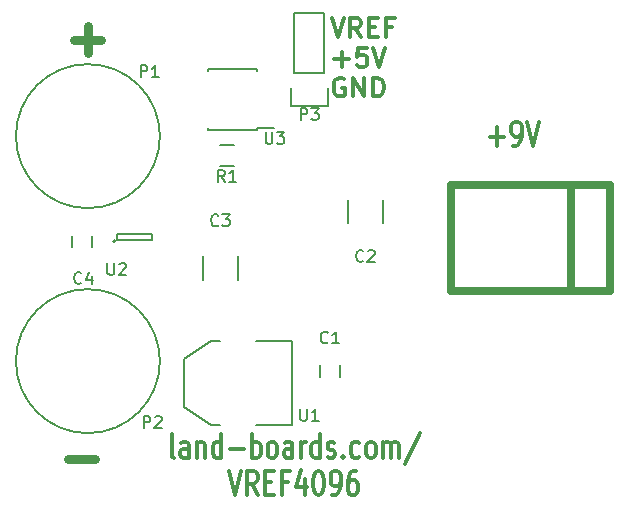
<source format=gto>
G04 #@! TF.FileFunction,Legend,Top*
%FSLAX46Y46*%
G04 Gerber Fmt 4.6, Leading zero omitted, Abs format (unit mm)*
G04 Created by KiCad (PCBNEW 4.0.1-stable) date 2/13/2016 6:26:37 PM*
%MOMM*%
G01*
G04 APERTURE LIST*
%ADD10C,0.150000*%
%ADD11C,0.750000*%
%ADD12C,0.304800*%
%ADD13C,0.650000*%
G04 APERTURE END LIST*
D10*
D11*
X6607143Y-41964286D02*
X8892857Y-41964286D01*
X7107143Y-6464286D02*
X9392857Y-6464286D01*
X8250000Y-7607143D02*
X8250000Y-5321429D01*
D12*
X28901190Y-4603355D02*
X29430357Y-6190855D01*
X29959524Y-4603355D01*
X31395833Y-6190855D02*
X30866666Y-5434902D01*
X30488690Y-6190855D02*
X30488690Y-4603355D01*
X31093452Y-4603355D01*
X31244643Y-4678950D01*
X31320238Y-4754545D01*
X31395833Y-4905736D01*
X31395833Y-5132521D01*
X31320238Y-5283712D01*
X31244643Y-5359307D01*
X31093452Y-5434902D01*
X30488690Y-5434902D01*
X32076190Y-5359307D02*
X32605357Y-5359307D01*
X32832143Y-6190855D02*
X32076190Y-6190855D01*
X32076190Y-4603355D01*
X32832143Y-4603355D01*
X34041667Y-5359307D02*
X33512500Y-5359307D01*
X33512500Y-6190855D02*
X33512500Y-4603355D01*
X34268453Y-4603355D01*
X29127976Y-8113393D02*
X30337500Y-8113393D01*
X29732738Y-8718155D02*
X29732738Y-7508631D01*
X31849405Y-7130655D02*
X31093452Y-7130655D01*
X31017857Y-7886607D01*
X31093452Y-7811012D01*
X31244643Y-7735417D01*
X31622619Y-7735417D01*
X31773809Y-7811012D01*
X31849405Y-7886607D01*
X31925000Y-8037798D01*
X31925000Y-8415774D01*
X31849405Y-8566964D01*
X31773809Y-8642560D01*
X31622619Y-8718155D01*
X31244643Y-8718155D01*
X31093452Y-8642560D01*
X31017857Y-8566964D01*
X32378571Y-7130655D02*
X32907738Y-8718155D01*
X33436905Y-7130655D01*
X29959524Y-9733550D02*
X29808333Y-9657955D01*
X29581548Y-9657955D01*
X29354762Y-9733550D01*
X29203571Y-9884740D01*
X29127976Y-10035931D01*
X29052381Y-10338312D01*
X29052381Y-10565098D01*
X29127976Y-10867479D01*
X29203571Y-11018669D01*
X29354762Y-11169860D01*
X29581548Y-11245455D01*
X29732738Y-11245455D01*
X29959524Y-11169860D01*
X30035119Y-11094264D01*
X30035119Y-10565098D01*
X29732738Y-10565098D01*
X30715476Y-11245455D02*
X30715476Y-9657955D01*
X31622619Y-11245455D01*
X31622619Y-9657955D01*
X32378571Y-11245455D02*
X32378571Y-9657955D01*
X32756547Y-9657955D01*
X32983333Y-9733550D01*
X33134524Y-9884740D01*
X33210119Y-10035931D01*
X33285714Y-10338312D01*
X33285714Y-10565098D01*
X33210119Y-10867479D01*
X33134524Y-11018669D01*
X32983333Y-11169860D01*
X32756547Y-11245455D01*
X32378571Y-11245455D01*
X42290571Y-14645143D02*
X43451714Y-14645143D01*
X42871143Y-15419238D02*
X42871143Y-13871048D01*
X44250000Y-15419238D02*
X44540285Y-15419238D01*
X44685428Y-15322476D01*
X44758000Y-15225714D01*
X44903142Y-14935429D01*
X44975714Y-14548381D01*
X44975714Y-13774286D01*
X44903142Y-13580762D01*
X44830571Y-13484000D01*
X44685428Y-13387238D01*
X44395142Y-13387238D01*
X44250000Y-13484000D01*
X44177428Y-13580762D01*
X44104857Y-13774286D01*
X44104857Y-14258095D01*
X44177428Y-14451619D01*
X44250000Y-14548381D01*
X44395142Y-14645143D01*
X44685428Y-14645143D01*
X44830571Y-14548381D01*
X44903142Y-14451619D01*
X44975714Y-14258095D01*
X45411143Y-13387238D02*
X45919143Y-15419238D01*
X46427143Y-13387238D01*
X15553715Y-41844438D02*
X15408573Y-41747676D01*
X15336001Y-41554152D01*
X15336001Y-39812438D01*
X16787430Y-41844438D02*
X16787430Y-40780057D01*
X16714859Y-40586533D01*
X16569716Y-40489771D01*
X16279430Y-40489771D01*
X16134287Y-40586533D01*
X16787430Y-41747676D02*
X16642287Y-41844438D01*
X16279430Y-41844438D01*
X16134287Y-41747676D01*
X16061716Y-41554152D01*
X16061716Y-41360629D01*
X16134287Y-41167105D01*
X16279430Y-41070343D01*
X16642287Y-41070343D01*
X16787430Y-40973581D01*
X17513144Y-40489771D02*
X17513144Y-41844438D01*
X17513144Y-40683295D02*
X17585716Y-40586533D01*
X17730858Y-40489771D01*
X17948573Y-40489771D01*
X18093716Y-40586533D01*
X18166287Y-40780057D01*
X18166287Y-41844438D01*
X19545144Y-41844438D02*
X19545144Y-39812438D01*
X19545144Y-41747676D02*
X19400001Y-41844438D01*
X19109715Y-41844438D01*
X18964573Y-41747676D01*
X18892001Y-41650914D01*
X18819430Y-41457390D01*
X18819430Y-40876819D01*
X18892001Y-40683295D01*
X18964573Y-40586533D01*
X19109715Y-40489771D01*
X19400001Y-40489771D01*
X19545144Y-40586533D01*
X20270858Y-41070343D02*
X21432001Y-41070343D01*
X22157715Y-41844438D02*
X22157715Y-39812438D01*
X22157715Y-40586533D02*
X22302858Y-40489771D01*
X22593144Y-40489771D01*
X22738287Y-40586533D01*
X22810858Y-40683295D01*
X22883429Y-40876819D01*
X22883429Y-41457390D01*
X22810858Y-41650914D01*
X22738287Y-41747676D01*
X22593144Y-41844438D01*
X22302858Y-41844438D01*
X22157715Y-41747676D01*
X23754286Y-41844438D02*
X23609144Y-41747676D01*
X23536572Y-41650914D01*
X23464001Y-41457390D01*
X23464001Y-40876819D01*
X23536572Y-40683295D01*
X23609144Y-40586533D01*
X23754286Y-40489771D01*
X23972001Y-40489771D01*
X24117144Y-40586533D01*
X24189715Y-40683295D01*
X24262286Y-40876819D01*
X24262286Y-41457390D01*
X24189715Y-41650914D01*
X24117144Y-41747676D01*
X23972001Y-41844438D01*
X23754286Y-41844438D01*
X25568572Y-41844438D02*
X25568572Y-40780057D01*
X25496001Y-40586533D01*
X25350858Y-40489771D01*
X25060572Y-40489771D01*
X24915429Y-40586533D01*
X25568572Y-41747676D02*
X25423429Y-41844438D01*
X25060572Y-41844438D01*
X24915429Y-41747676D01*
X24842858Y-41554152D01*
X24842858Y-41360629D01*
X24915429Y-41167105D01*
X25060572Y-41070343D01*
X25423429Y-41070343D01*
X25568572Y-40973581D01*
X26294286Y-41844438D02*
X26294286Y-40489771D01*
X26294286Y-40876819D02*
X26366858Y-40683295D01*
X26439429Y-40586533D01*
X26584572Y-40489771D01*
X26729715Y-40489771D01*
X27890858Y-41844438D02*
X27890858Y-39812438D01*
X27890858Y-41747676D02*
X27745715Y-41844438D01*
X27455429Y-41844438D01*
X27310287Y-41747676D01*
X27237715Y-41650914D01*
X27165144Y-41457390D01*
X27165144Y-40876819D01*
X27237715Y-40683295D01*
X27310287Y-40586533D01*
X27455429Y-40489771D01*
X27745715Y-40489771D01*
X27890858Y-40586533D01*
X28544001Y-41747676D02*
X28689144Y-41844438D01*
X28979429Y-41844438D01*
X29124572Y-41747676D01*
X29197144Y-41554152D01*
X29197144Y-41457390D01*
X29124572Y-41263867D01*
X28979429Y-41167105D01*
X28761715Y-41167105D01*
X28616572Y-41070343D01*
X28544001Y-40876819D01*
X28544001Y-40780057D01*
X28616572Y-40586533D01*
X28761715Y-40489771D01*
X28979429Y-40489771D01*
X29124572Y-40586533D01*
X29850286Y-41650914D02*
X29922858Y-41747676D01*
X29850286Y-41844438D01*
X29777715Y-41747676D01*
X29850286Y-41650914D01*
X29850286Y-41844438D01*
X31229143Y-41747676D02*
X31084000Y-41844438D01*
X30793714Y-41844438D01*
X30648572Y-41747676D01*
X30576000Y-41650914D01*
X30503429Y-41457390D01*
X30503429Y-40876819D01*
X30576000Y-40683295D01*
X30648572Y-40586533D01*
X30793714Y-40489771D01*
X31084000Y-40489771D01*
X31229143Y-40586533D01*
X32100000Y-41844438D02*
X31954858Y-41747676D01*
X31882286Y-41650914D01*
X31809715Y-41457390D01*
X31809715Y-40876819D01*
X31882286Y-40683295D01*
X31954858Y-40586533D01*
X32100000Y-40489771D01*
X32317715Y-40489771D01*
X32462858Y-40586533D01*
X32535429Y-40683295D01*
X32608000Y-40876819D01*
X32608000Y-41457390D01*
X32535429Y-41650914D01*
X32462858Y-41747676D01*
X32317715Y-41844438D01*
X32100000Y-41844438D01*
X33261143Y-41844438D02*
X33261143Y-40489771D01*
X33261143Y-40683295D02*
X33333715Y-40586533D01*
X33478857Y-40489771D01*
X33696572Y-40489771D01*
X33841715Y-40586533D01*
X33914286Y-40780057D01*
X33914286Y-41844438D01*
X33914286Y-40780057D02*
X33986857Y-40586533D01*
X34132000Y-40489771D01*
X34349715Y-40489771D01*
X34494857Y-40586533D01*
X34567429Y-40780057D01*
X34567429Y-41844438D01*
X36381715Y-39715676D02*
X35075429Y-42328248D01*
X20234571Y-42962038D02*
X20742571Y-44994038D01*
X21250571Y-42962038D01*
X22629428Y-44994038D02*
X22121428Y-44026419D01*
X21758571Y-44994038D02*
X21758571Y-42962038D01*
X22339143Y-42962038D01*
X22484285Y-43058800D01*
X22556857Y-43155562D01*
X22629428Y-43349086D01*
X22629428Y-43639371D01*
X22556857Y-43832895D01*
X22484285Y-43929657D01*
X22339143Y-44026419D01*
X21758571Y-44026419D01*
X23282571Y-43929657D02*
X23790571Y-43929657D01*
X24008285Y-44994038D02*
X23282571Y-44994038D01*
X23282571Y-42962038D01*
X24008285Y-42962038D01*
X25169428Y-43929657D02*
X24661428Y-43929657D01*
X24661428Y-44994038D02*
X24661428Y-42962038D01*
X25387142Y-42962038D01*
X26620857Y-43639371D02*
X26620857Y-44994038D01*
X26258000Y-42865276D02*
X25895143Y-44316705D01*
X26838571Y-44316705D01*
X27709429Y-42962038D02*
X27854572Y-42962038D01*
X27999715Y-43058800D01*
X28072286Y-43155562D01*
X28144857Y-43349086D01*
X28217429Y-43736133D01*
X28217429Y-44219943D01*
X28144857Y-44606990D01*
X28072286Y-44800514D01*
X27999715Y-44897276D01*
X27854572Y-44994038D01*
X27709429Y-44994038D01*
X27564286Y-44897276D01*
X27491715Y-44800514D01*
X27419143Y-44606990D01*
X27346572Y-44219943D01*
X27346572Y-43736133D01*
X27419143Y-43349086D01*
X27491715Y-43155562D01*
X27564286Y-43058800D01*
X27709429Y-42962038D01*
X28943144Y-44994038D02*
X29233429Y-44994038D01*
X29378572Y-44897276D01*
X29451144Y-44800514D01*
X29596286Y-44510229D01*
X29668858Y-44123181D01*
X29668858Y-43349086D01*
X29596286Y-43155562D01*
X29523715Y-43058800D01*
X29378572Y-42962038D01*
X29088286Y-42962038D01*
X28943144Y-43058800D01*
X28870572Y-43155562D01*
X28798001Y-43349086D01*
X28798001Y-43832895D01*
X28870572Y-44026419D01*
X28943144Y-44123181D01*
X29088286Y-44219943D01*
X29378572Y-44219943D01*
X29523715Y-44123181D01*
X29596286Y-44026419D01*
X29668858Y-43832895D01*
X30975144Y-42962038D02*
X30684858Y-42962038D01*
X30539715Y-43058800D01*
X30467144Y-43155562D01*
X30322001Y-43445848D01*
X30249430Y-43832895D01*
X30249430Y-44606990D01*
X30322001Y-44800514D01*
X30394573Y-44897276D01*
X30539715Y-44994038D01*
X30830001Y-44994038D01*
X30975144Y-44897276D01*
X31047715Y-44800514D01*
X31120287Y-44606990D01*
X31120287Y-44123181D01*
X31047715Y-43929657D01*
X30975144Y-43832895D01*
X30830001Y-43736133D01*
X30539715Y-43736133D01*
X30394573Y-43832895D01*
X30322001Y-43929657D01*
X30249430Y-44123181D01*
D10*
X29600000Y-35000000D02*
X29600000Y-34000000D01*
X27900000Y-34000000D02*
X27900000Y-35000000D01*
X8630000Y-24028000D02*
X8630000Y-23028000D01*
X6930000Y-23028000D02*
X6930000Y-24028000D01*
D13*
X49200000Y-18750000D02*
X49200000Y-27750000D01*
X52500000Y-27750000D02*
X52500000Y-18750000D01*
X52500000Y-27750000D02*
X39000000Y-27750000D01*
X39000000Y-27750000D02*
X39000000Y-18750000D01*
X52500000Y-18750000D02*
X39000000Y-18750000D01*
D10*
X22524000Y-39056000D02*
X25572000Y-39056000D01*
X25572000Y-39056000D02*
X25572000Y-31944000D01*
X25572000Y-31944000D02*
X22524000Y-31944000D01*
X19476000Y-39056000D02*
X18714000Y-39056000D01*
X18714000Y-39056000D02*
X16428000Y-37532000D01*
X16428000Y-37532000D02*
X16428000Y-33468000D01*
X16428000Y-33468000D02*
X18714000Y-31944000D01*
X18714000Y-31944000D02*
X19476000Y-31944000D01*
X10592000Y-23514000D02*
G75*
G03X10592000Y-23514000I-100000J0D01*
G01*
X10742000Y-22864000D02*
X10742000Y-23364000D01*
X13642000Y-22864000D02*
X10742000Y-22864000D01*
X13642000Y-23364000D02*
X13642000Y-22864000D01*
X10742000Y-23364000D02*
X13642000Y-23364000D01*
X14351000Y-14605000D02*
G75*
G03X14351000Y-14605000I-6096000J0D01*
G01*
X14351000Y-33655000D02*
G75*
G03X14351000Y-33655000I-6096000J0D01*
G01*
X33225000Y-20000000D02*
X33225000Y-22000000D01*
X30275000Y-22000000D02*
X30275000Y-20000000D01*
X18025000Y-26750000D02*
X18025000Y-24750000D01*
X20975000Y-24750000D02*
X20975000Y-26750000D01*
X28270000Y-9230000D02*
X28270000Y-4150000D01*
X28270000Y-4150000D02*
X25730000Y-4150000D01*
X25730000Y-4150000D02*
X25730000Y-9230000D01*
X25450000Y-12050000D02*
X25450000Y-10500000D01*
X25730000Y-9230000D02*
X28270000Y-9230000D01*
X28550000Y-10500000D02*
X28550000Y-12050000D01*
X28550000Y-12050000D02*
X25450000Y-12050000D01*
X22575000Y-14075000D02*
X22575000Y-13930000D01*
X18425000Y-14075000D02*
X18425000Y-13930000D01*
X18425000Y-8925000D02*
X18425000Y-9070000D01*
X22575000Y-8925000D02*
X22575000Y-9070000D01*
X22575000Y-14075000D02*
X18425000Y-14075000D01*
X22575000Y-8925000D02*
X18425000Y-8925000D01*
X22575000Y-13930000D02*
X23975000Y-13930000D01*
X19400000Y-15375000D02*
X20600000Y-15375000D01*
X20600000Y-17125000D02*
X19400000Y-17125000D01*
X28583334Y-32063143D02*
X28535715Y-32110762D01*
X28392858Y-32158381D01*
X28297620Y-32158381D01*
X28154762Y-32110762D01*
X28059524Y-32015524D01*
X28011905Y-31920286D01*
X27964286Y-31729810D01*
X27964286Y-31586952D01*
X28011905Y-31396476D01*
X28059524Y-31301238D01*
X28154762Y-31206000D01*
X28297620Y-31158381D01*
X28392858Y-31158381D01*
X28535715Y-31206000D01*
X28583334Y-31253619D01*
X29535715Y-32158381D02*
X28964286Y-32158381D01*
X29250000Y-32158381D02*
X29250000Y-31158381D01*
X29154762Y-31301238D01*
X29059524Y-31396476D01*
X28964286Y-31444095D01*
X7707334Y-27027143D02*
X7659715Y-27074762D01*
X7516858Y-27122381D01*
X7421620Y-27122381D01*
X7278762Y-27074762D01*
X7183524Y-26979524D01*
X7135905Y-26884286D01*
X7088286Y-26693810D01*
X7088286Y-26550952D01*
X7135905Y-26360476D01*
X7183524Y-26265238D01*
X7278762Y-26170000D01*
X7421620Y-26122381D01*
X7516858Y-26122381D01*
X7659715Y-26170000D01*
X7707334Y-26217619D01*
X8564477Y-26455714D02*
X8564477Y-27122381D01*
X8326381Y-26074762D02*
X8088286Y-26789048D01*
X8707334Y-26789048D01*
X26238095Y-37702381D02*
X26238095Y-38511905D01*
X26285714Y-38607143D01*
X26333333Y-38654762D01*
X26428571Y-38702381D01*
X26619048Y-38702381D01*
X26714286Y-38654762D01*
X26761905Y-38607143D01*
X26809524Y-38511905D01*
X26809524Y-37702381D01*
X27809524Y-38702381D02*
X27238095Y-38702381D01*
X27523809Y-38702381D02*
X27523809Y-37702381D01*
X27428571Y-37845238D01*
X27333333Y-37940476D01*
X27238095Y-37988095D01*
X9906095Y-25360381D02*
X9906095Y-26169905D01*
X9953714Y-26265143D01*
X10001333Y-26312762D01*
X10096571Y-26360381D01*
X10287048Y-26360381D01*
X10382286Y-26312762D01*
X10429905Y-26265143D01*
X10477524Y-26169905D01*
X10477524Y-25360381D01*
X10906095Y-25455619D02*
X10953714Y-25408000D01*
X11048952Y-25360381D01*
X11287048Y-25360381D01*
X11382286Y-25408000D01*
X11429905Y-25455619D01*
X11477524Y-25550857D01*
X11477524Y-25646095D01*
X11429905Y-25788952D01*
X10858476Y-26360381D01*
X11477524Y-26360381D01*
X12723905Y-9596381D02*
X12723905Y-8596381D01*
X13104858Y-8596381D01*
X13200096Y-8644000D01*
X13247715Y-8691619D01*
X13295334Y-8786857D01*
X13295334Y-8929714D01*
X13247715Y-9024952D01*
X13200096Y-9072571D01*
X13104858Y-9120190D01*
X12723905Y-9120190D01*
X14247715Y-9596381D02*
X13676286Y-9596381D01*
X13962000Y-9596381D02*
X13962000Y-8596381D01*
X13866762Y-8739238D01*
X13771524Y-8834476D01*
X13676286Y-8882095D01*
X12977905Y-39314381D02*
X12977905Y-38314381D01*
X13358858Y-38314381D01*
X13454096Y-38362000D01*
X13501715Y-38409619D01*
X13549334Y-38504857D01*
X13549334Y-38647714D01*
X13501715Y-38742952D01*
X13454096Y-38790571D01*
X13358858Y-38838190D01*
X12977905Y-38838190D01*
X13930286Y-38409619D02*
X13977905Y-38362000D01*
X14073143Y-38314381D01*
X14311239Y-38314381D01*
X14406477Y-38362000D01*
X14454096Y-38409619D01*
X14501715Y-38504857D01*
X14501715Y-38600095D01*
X14454096Y-38742952D01*
X13882667Y-39314381D01*
X14501715Y-39314381D01*
X31583334Y-25167143D02*
X31535715Y-25214762D01*
X31392858Y-25262381D01*
X31297620Y-25262381D01*
X31154762Y-25214762D01*
X31059524Y-25119524D01*
X31011905Y-25024286D01*
X30964286Y-24833810D01*
X30964286Y-24690952D01*
X31011905Y-24500476D01*
X31059524Y-24405238D01*
X31154762Y-24310000D01*
X31297620Y-24262381D01*
X31392858Y-24262381D01*
X31535715Y-24310000D01*
X31583334Y-24357619D01*
X31964286Y-24357619D02*
X32011905Y-24310000D01*
X32107143Y-24262381D01*
X32345239Y-24262381D01*
X32440477Y-24310000D01*
X32488096Y-24357619D01*
X32535715Y-24452857D01*
X32535715Y-24548095D01*
X32488096Y-24690952D01*
X31916667Y-25262381D01*
X32535715Y-25262381D01*
X19300334Y-22137143D02*
X19252715Y-22184762D01*
X19109858Y-22232381D01*
X19014620Y-22232381D01*
X18871762Y-22184762D01*
X18776524Y-22089524D01*
X18728905Y-21994286D01*
X18681286Y-21803810D01*
X18681286Y-21660952D01*
X18728905Y-21470476D01*
X18776524Y-21375238D01*
X18871762Y-21280000D01*
X19014620Y-21232381D01*
X19109858Y-21232381D01*
X19252715Y-21280000D01*
X19300334Y-21327619D01*
X19633667Y-21232381D02*
X20252715Y-21232381D01*
X19919381Y-21613333D01*
X20062239Y-21613333D01*
X20157477Y-21660952D01*
X20205096Y-21708571D01*
X20252715Y-21803810D01*
X20252715Y-22041905D01*
X20205096Y-22137143D01*
X20157477Y-22184762D01*
X20062239Y-22232381D01*
X19776524Y-22232381D01*
X19681286Y-22184762D01*
X19633667Y-22137143D01*
X26261905Y-13238381D02*
X26261905Y-12238381D01*
X26642858Y-12238381D01*
X26738096Y-12286000D01*
X26785715Y-12333619D01*
X26833334Y-12428857D01*
X26833334Y-12571714D01*
X26785715Y-12666952D01*
X26738096Y-12714571D01*
X26642858Y-12762190D01*
X26261905Y-12762190D01*
X27166667Y-12238381D02*
X27785715Y-12238381D01*
X27452381Y-12619333D01*
X27595239Y-12619333D01*
X27690477Y-12666952D01*
X27738096Y-12714571D01*
X27785715Y-12809810D01*
X27785715Y-13047905D01*
X27738096Y-13143143D01*
X27690477Y-13190762D01*
X27595239Y-13238381D01*
X27309524Y-13238381D01*
X27214286Y-13190762D01*
X27166667Y-13143143D01*
X23294095Y-14254381D02*
X23294095Y-15063905D01*
X23341714Y-15159143D01*
X23389333Y-15206762D01*
X23484571Y-15254381D01*
X23675048Y-15254381D01*
X23770286Y-15206762D01*
X23817905Y-15159143D01*
X23865524Y-15063905D01*
X23865524Y-14254381D01*
X24246476Y-14254381D02*
X24865524Y-14254381D01*
X24532190Y-14635333D01*
X24675048Y-14635333D01*
X24770286Y-14682952D01*
X24817905Y-14730571D01*
X24865524Y-14825810D01*
X24865524Y-15063905D01*
X24817905Y-15159143D01*
X24770286Y-15206762D01*
X24675048Y-15254381D01*
X24389333Y-15254381D01*
X24294095Y-15206762D01*
X24246476Y-15159143D01*
X19833334Y-18480381D02*
X19500000Y-18004190D01*
X19261905Y-18480381D02*
X19261905Y-17480381D01*
X19642858Y-17480381D01*
X19738096Y-17528000D01*
X19785715Y-17575619D01*
X19833334Y-17670857D01*
X19833334Y-17813714D01*
X19785715Y-17908952D01*
X19738096Y-17956571D01*
X19642858Y-18004190D01*
X19261905Y-18004190D01*
X20785715Y-18480381D02*
X20214286Y-18480381D01*
X20500000Y-18480381D02*
X20500000Y-17480381D01*
X20404762Y-17623238D01*
X20309524Y-17718476D01*
X20214286Y-17766095D01*
M02*

</source>
